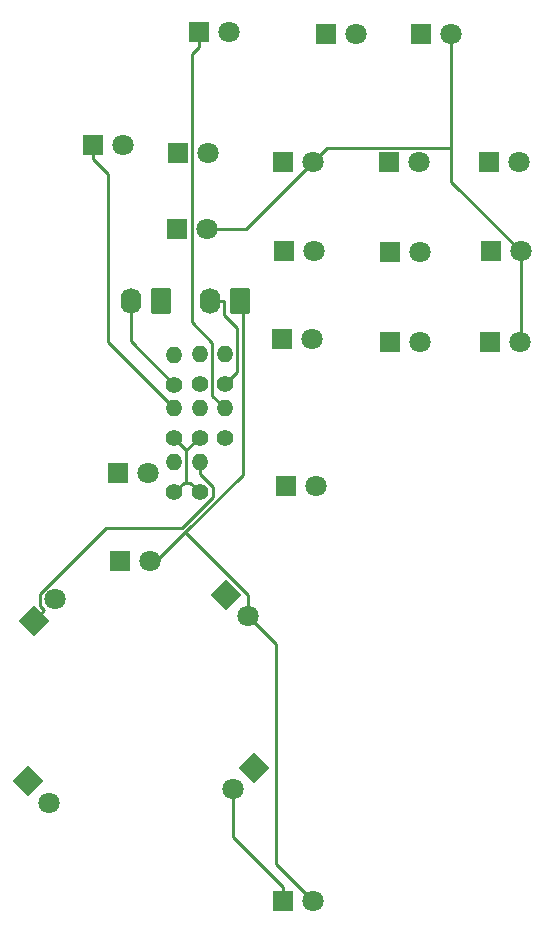
<source format=gbr>
%TF.GenerationSoftware,KiCad,Pcbnew,(6.0.7-1)-1*%
%TF.CreationDate,2023-10-30T16:26:35+10:00*%
%TF.ProjectId,Landing Gear Panel PCB V2,4c616e64-696e-4672-9047-656172205061,rev?*%
%TF.SameCoordinates,Original*%
%TF.FileFunction,Copper,L1,Top*%
%TF.FilePolarity,Positive*%
%FSLAX46Y46*%
G04 Gerber Fmt 4.6, Leading zero omitted, Abs format (unit mm)*
G04 Created by KiCad (PCBNEW (6.0.7-1)-1) date 2023-10-30 16:26:35*
%MOMM*%
%LPD*%
G01*
G04 APERTURE LIST*
G04 Aperture macros list*
%AMRoundRect*
0 Rectangle with rounded corners*
0 $1 Rounding radius*
0 $2 $3 $4 $5 $6 $7 $8 $9 X,Y pos of 4 corners*
0 Add a 4 corners polygon primitive as box body*
4,1,4,$2,$3,$4,$5,$6,$7,$8,$9,$2,$3,0*
0 Add four circle primitives for the rounded corners*
1,1,$1+$1,$2,$3*
1,1,$1+$1,$4,$5*
1,1,$1+$1,$6,$7*
1,1,$1+$1,$8,$9*
0 Add four rect primitives between the rounded corners*
20,1,$1+$1,$2,$3,$4,$5,0*
20,1,$1+$1,$4,$5,$6,$7,0*
20,1,$1+$1,$6,$7,$8,$9,0*
20,1,$1+$1,$8,$9,$2,$3,0*%
%AMRotRect*
0 Rectangle, with rotation*
0 The origin of the aperture is its center*
0 $1 length*
0 $2 width*
0 $3 Rotation angle, in degrees counterclockwise*
0 Add horizontal line*
21,1,$1,$2,0,0,$3*%
G04 Aperture macros list end*
%TA.AperFunction,ComponentPad*%
%ADD10R,1.800000X1.800000*%
%TD*%
%TA.AperFunction,ComponentPad*%
%ADD11C,1.800000*%
%TD*%
%TA.AperFunction,ComponentPad*%
%ADD12RotRect,1.800000X1.800000X45.000000*%
%TD*%
%TA.AperFunction,ComponentPad*%
%ADD13RotRect,1.800000X1.800000X315.000000*%
%TD*%
%TA.AperFunction,ComponentPad*%
%ADD14RotRect,1.800000X1.800000X225.000000*%
%TD*%
%TA.AperFunction,ComponentPad*%
%ADD15C,1.400000*%
%TD*%
%TA.AperFunction,ComponentPad*%
%ADD16O,1.400000X1.400000*%
%TD*%
%TA.AperFunction,ComponentPad*%
%ADD17RoundRect,0.250000X0.620000X0.845000X-0.620000X0.845000X-0.620000X-0.845000X0.620000X-0.845000X0*%
%TD*%
%TA.AperFunction,ComponentPad*%
%ADD18O,1.740000X2.190000*%
%TD*%
%TA.AperFunction,Conductor*%
%ADD19C,0.250000*%
%TD*%
G04 APERTURE END LIST*
D10*
%TO.P,D1,1,K*%
%TO.N,Net-(D1-Pad1)*%
X84225000Y-42850000D03*
D11*
%TO.P,D1,2,A*%
%TO.N,Net-(D1-Pad2)*%
X86765000Y-42850000D03*
%TD*%
D10*
%TO.P,D2,1,K*%
%TO.N,Net-(D1-Pad2)*%
X94975000Y-42950000D03*
D11*
%TO.P,D2,2,A*%
%TO.N,Net-(D2-Pad2)*%
X97515000Y-42950000D03*
%TD*%
D10*
%TO.P,D3,1,K*%
%TO.N,Net-(D2-Pad2)*%
X102975000Y-43000000D03*
D11*
%TO.P,D3,2,A*%
%TO.N,/LED+12V*%
X105515000Y-43000000D03*
%TD*%
D10*
%TO.P,D4,1,K*%
%TO.N,Net-(D4-Pad1)*%
X75222200Y-52376800D03*
D11*
%TO.P,D4,2,A*%
%TO.N,Net-(D4-Pad2)*%
X77762200Y-52376800D03*
%TD*%
D10*
%TO.P,D5,1,K*%
%TO.N,Net-(D4-Pad2)*%
X82385000Y-53088000D03*
D11*
%TO.P,D5,2,A*%
%TO.N,Net-(D5-Pad2)*%
X84925000Y-53088000D03*
%TD*%
D10*
%TO.P,D6,1,K*%
%TO.N,Net-(D5-Pad2)*%
X91275000Y-53850000D03*
D11*
%TO.P,D6,2,A*%
%TO.N,/LED+12V*%
X93815000Y-53850000D03*
%TD*%
D10*
%TO.P,D7,1,K*%
%TO.N,Net-(D7-Pad1)*%
X100267000Y-53850000D03*
D11*
%TO.P,D7,2,A*%
%TO.N,Net-(D7-Pad2)*%
X102807000Y-53850000D03*
%TD*%
D10*
%TO.P,D8,1,K*%
%TO.N,Net-(D7-Pad2)*%
X108739000Y-53824800D03*
D11*
%TO.P,D8,2,A*%
%TO.N,Net-(D8-Pad2)*%
X111279000Y-53824800D03*
%TD*%
D10*
%TO.P,D9,1,K*%
%TO.N,Net-(D8-Pad2)*%
X82283400Y-59488800D03*
D11*
%TO.P,D9,2,A*%
%TO.N,/LED+12V*%
X84823400Y-59488800D03*
%TD*%
D10*
%TO.P,D10,1,K*%
%TO.N,Net-(D10-Pad1)*%
X91415800Y-61394000D03*
D11*
%TO.P,D10,2,A*%
%TO.N,Net-(D10-Pad2)*%
X93955800Y-61394000D03*
%TD*%
D10*
%TO.P,D11,1,K*%
%TO.N,Net-(D10-Pad2)*%
X100368000Y-61470000D03*
D11*
%TO.P,D11,2,A*%
%TO.N,Net-(D11-Pad2)*%
X102908000Y-61470000D03*
%TD*%
D10*
%TO.P,D12,1,K*%
%TO.N,Net-(D11-Pad2)*%
X108891000Y-61394000D03*
D11*
%TO.P,D12,2,A*%
%TO.N,/LED+12V*%
X111431000Y-61394000D03*
%TD*%
D10*
%TO.P,D13,1,K*%
%TO.N,Net-(D13-Pad1)*%
X91225000Y-68850000D03*
D11*
%TO.P,D13,2,A*%
%TO.N,Net-(D13-Pad2)*%
X93765000Y-68850000D03*
%TD*%
D10*
%TO.P,D14,1,K*%
%TO.N,Net-(D13-Pad2)*%
X100368000Y-69090000D03*
D11*
%TO.P,D14,2,A*%
%TO.N,Net-(D14-Pad2)*%
X102908000Y-69090000D03*
%TD*%
D10*
%TO.P,D15,1,K*%
%TO.N,Net-(D14-Pad2)*%
X108852000Y-69039200D03*
D11*
%TO.P,D15,2,A*%
%TO.N,/LED+12V*%
X111392000Y-69039200D03*
%TD*%
D10*
%TO.P,D16,1,K*%
%TO.N,Net-(D16-Pad1)*%
X77330600Y-80166000D03*
D11*
%TO.P,D16,2,A*%
%TO.N,Net-(D16-Pad2)*%
X79870600Y-80166000D03*
%TD*%
D10*
%TO.P,D17,1,K*%
%TO.N,Net-(D16-Pad2)*%
X91580600Y-81266000D03*
D11*
%TO.P,D17,2,A*%
%TO.N,Net-(D17-Pad2)*%
X94120600Y-81266000D03*
%TD*%
D10*
%TO.P,D18,1,K*%
%TO.N,Net-(D17-Pad2)*%
X77480600Y-87621200D03*
D11*
%TO.P,D18,2,A*%
%TO.N,/LED+12V*%
X80020600Y-87621200D03*
%TD*%
D12*
%TO.P,D19,1,K*%
%TO.N,Net-(D19-Pad1)*%
X70198400Y-92651600D03*
D11*
%TO.P,D19,2,A*%
%TO.N,Net-(D19-Pad2)*%
X71994451Y-90855549D03*
%TD*%
D13*
%TO.P,D20,1,K*%
%TO.N,Net-(D19-Pad2)*%
X86498400Y-90448400D03*
D11*
%TO.P,D20,2,A*%
%TO.N,/LED+12V*%
X88294451Y-92244451D03*
%TD*%
D13*
%TO.P,D21,1,K*%
%TO.N,Net-(D21-Pad1)*%
X69708200Y-106265000D03*
D11*
%TO.P,D21,2,A*%
%TO.N,Net-(D21-Pad2)*%
X71504251Y-108061051D03*
%TD*%
D14*
%TO.P,D22,1,K*%
%TO.N,Net-(D21-Pad2)*%
X88850000Y-105150000D03*
D11*
%TO.P,D22,2,A*%
%TO.N,Net-(D22-Pad2)*%
X87053949Y-106946051D03*
%TD*%
D10*
%TO.P,D23,1,K*%
%TO.N,Net-(D22-Pad2)*%
X91275000Y-116400000D03*
D11*
%TO.P,D23,2,A*%
%TO.N,/LED+12V*%
X93815000Y-116400000D03*
%TD*%
D15*
%TO.P,R1,1*%
%TO.N,/LED-12V*%
X86400000Y-77220000D03*
D16*
%TO.P,R1,2*%
%TO.N,Net-(D1-Pad1)*%
X86400000Y-74680000D03*
%TD*%
D15*
%TO.P,R5,1*%
%TO.N,/LED-12V*%
X82100000Y-81770000D03*
D16*
%TO.P,R5,2*%
%TO.N,Net-(D13-Pad1)*%
X82100000Y-79230000D03*
%TD*%
D15*
%TO.P,R3,1*%
%TO.N,/LED-12V*%
X82100000Y-72670000D03*
D16*
%TO.P,R3,2*%
%TO.N,Net-(D7-Pad1)*%
X82100000Y-70130000D03*
%TD*%
D15*
%TO.P,R8,1*%
%TO.N,/LED-12V*%
X86400000Y-72660000D03*
D16*
%TO.P,R8,2*%
%TO.N,Net-(D21-Pad1)*%
X86400000Y-70120000D03*
%TD*%
D15*
%TO.P,R7,1*%
%TO.N,/LED-12V*%
X84250000Y-81770000D03*
D16*
%TO.P,R7,2*%
%TO.N,Net-(D19-Pad1)*%
X84250000Y-79230000D03*
%TD*%
D15*
%TO.P,R2,1*%
%TO.N,/LED-12V*%
X82100000Y-77220000D03*
D16*
%TO.P,R2,2*%
%TO.N,Net-(D4-Pad1)*%
X82100000Y-74680000D03*
%TD*%
D15*
%TO.P,R4,1*%
%TO.N,/LED-12V*%
X84250000Y-72660000D03*
D16*
%TO.P,R4,2*%
%TO.N,Net-(D10-Pad1)*%
X84250000Y-70120000D03*
%TD*%
D17*
%TO.P,J3,1,Pin_1*%
%TO.N,/LED+12V*%
X87630000Y-65552000D03*
D18*
%TO.P,J3,2,Pin_2*%
%TO.N,/LED-12V*%
X85090000Y-65552000D03*
%TD*%
D15*
%TO.P,R6,1*%
%TO.N,/LED-12V*%
X84250000Y-77220000D03*
D16*
%TO.P,R6,2*%
%TO.N,Net-(D16-Pad1)*%
X84250000Y-74680000D03*
%TD*%
D17*
%TO.P,J4,1,Pin_1*%
%TO.N,/LED+12V*%
X80950000Y-65552000D03*
D18*
%TO.P,J4,2,Pin_2*%
%TO.N,/LED-12V*%
X78410000Y-65552000D03*
%TD*%
D19*
%TO.N,Net-(D22-Pad2)*%
X91275000Y-115174700D02*
X87053900Y-110953600D01*
X87053900Y-110953600D02*
X87053900Y-106946100D01*
X91275000Y-116400000D02*
X91275000Y-115174700D01*
%TO.N,Net-(D1-Pad1)*%
X83610400Y-58968900D02*
X83610400Y-44689900D01*
X84225000Y-42850000D02*
X84225000Y-44075300D01*
X83559500Y-59019800D02*
X83610400Y-58968900D01*
X85325000Y-69104600D02*
X83559500Y-67339100D01*
X85325000Y-73605000D02*
X85325000Y-69104600D01*
X83559500Y-67339100D02*
X83559500Y-59019800D01*
X86400000Y-74680000D02*
X85325000Y-73605000D01*
X83610400Y-44689900D02*
X84225000Y-44075300D01*
%TO.N,/LED+12V*%
X111431000Y-69000200D02*
X111431000Y-61394000D01*
X95064000Y-52601000D02*
X105515000Y-52601000D01*
X93815000Y-53850000D02*
X95064000Y-52601000D01*
X83017900Y-85178200D02*
X87896000Y-80300100D01*
X84823400Y-59488800D02*
X88176200Y-59488800D01*
X105515000Y-52601000D02*
X105515000Y-43000000D01*
X88176200Y-59488800D02*
X93815000Y-53850000D01*
X90700000Y-94650000D02*
X88294500Y-92244500D01*
X88294500Y-92244500D02*
X88294500Y-90454900D01*
X80574900Y-87621200D02*
X83017900Y-85178200D01*
X90700000Y-113285000D02*
X90700000Y-94650000D01*
X87896000Y-80300100D02*
X87896000Y-65818000D01*
X80020600Y-87621200D02*
X80574900Y-87621200D01*
X105515000Y-55478000D02*
X105515000Y-52601000D01*
X111392000Y-69039200D02*
X111431000Y-69000200D01*
X93815000Y-116400000D02*
X90700000Y-113285000D01*
X111431000Y-61394000D02*
X105515000Y-55478000D01*
X88294500Y-90454900D02*
X83017900Y-85178200D01*
X87896000Y-65818000D02*
X87630000Y-65552000D01*
%TO.N,Net-(D4-Pad1)*%
X76447500Y-69027500D02*
X76447500Y-54827400D01*
X82100000Y-74680000D02*
X76447500Y-69027500D01*
X75222200Y-52376800D02*
X75222200Y-53602100D01*
X76447500Y-54827400D02*
X75222200Y-53602100D01*
%TO.N,Net-(D19-Pad1)*%
X76281500Y-84825300D02*
X70698900Y-90407900D01*
X82719000Y-84825300D02*
X76281500Y-84825300D01*
X84250000Y-80255300D02*
X85332200Y-81337500D01*
X84250000Y-79230000D02*
X84250000Y-80255300D01*
X70698900Y-90407900D02*
X70698900Y-91419300D01*
X70198400Y-92651600D02*
X71064800Y-91785200D01*
X70698900Y-91419300D02*
X71064800Y-91785200D01*
X85332200Y-82212100D02*
X82719000Y-84825300D01*
X85332200Y-81337500D02*
X85332200Y-82212100D01*
%TO.N,/LED-12V*%
X84250000Y-77220000D02*
X84150600Y-77220000D01*
X82100000Y-72670000D02*
X78410000Y-68980000D01*
X83449900Y-80969900D02*
X83125300Y-80969900D01*
X83125300Y-80969900D02*
X82900100Y-80969900D01*
X85090000Y-65552000D02*
X86285300Y-65552000D01*
X83125300Y-78245300D02*
X83125300Y-80969900D01*
X87445600Y-67907600D02*
X87445600Y-71614400D01*
X82100000Y-77220000D02*
X83125300Y-78245300D01*
X87445600Y-71614400D02*
X86400000Y-72660000D01*
X78410000Y-68980000D02*
X78410000Y-65552000D01*
X86285300Y-66747300D02*
X87445600Y-67907600D01*
X86285300Y-65552000D02*
X86285300Y-66747300D01*
X84250000Y-81770000D02*
X83449900Y-80969900D01*
X82900100Y-80969900D02*
X82100000Y-81770000D01*
X84150600Y-77220000D02*
X83125300Y-78245300D01*
%TD*%
M02*

</source>
